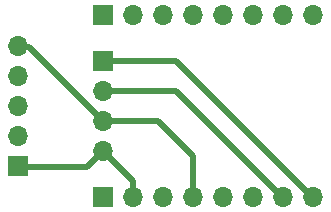
<source format=gtl>
%TF.GenerationSoftware,KiCad,Pcbnew,(5.1.7-0-10_14)*%
%TF.CreationDate,2022-03-25T14:58:00-04:00*%
%TF.ProjectId,TOTP Generator,544f5450-2047-4656-9e65-7261746f722e,rev?*%
%TF.SameCoordinates,Original*%
%TF.FileFunction,Copper,L1,Top*%
%TF.FilePolarity,Positive*%
%FSLAX46Y46*%
G04 Gerber Fmt 4.6, Leading zero omitted, Abs format (unit mm)*
G04 Created by KiCad (PCBNEW (5.1.7-0-10_14)) date 2022-03-25 14:58:00*
%MOMM*%
%LPD*%
G01*
G04 APERTURE LIST*
%TA.AperFunction,ComponentPad*%
%ADD10O,1.700000X1.700000*%
%TD*%
%TA.AperFunction,ComponentPad*%
%ADD11R,1.700000X1.700000*%
%TD*%
%TA.AperFunction,Conductor*%
%ADD12C,0.500000*%
%TD*%
G04 APERTURE END LIST*
D10*
%TO.P,RTC,5*%
%TO.N,N/C*%
X92800000Y-66440000D03*
%TO.P,RTC,4*%
X92800000Y-68980000D03*
%TO.P,RTC,3*%
X92800000Y-71520000D03*
%TO.P,RTC,2*%
X92800000Y-74060000D03*
D11*
%TO.P,RTC,1*%
X92800000Y-76600000D03*
%TD*%
D10*
%TO.P,VIN,8*%
%TO.N,N/C*%
X117780000Y-79200000D03*
%TO.P,VIN,7*%
X115240000Y-79200000D03*
%TO.P,VIN,6*%
X112700000Y-79200000D03*
%TO.P,VIN,5*%
X110160000Y-79200000D03*
%TO.P,VIN,4*%
X107620000Y-79200000D03*
%TO.P,VIN,3*%
X105080000Y-79200000D03*
%TO.P,VIN,2*%
X102540000Y-79200000D03*
D11*
%TO.P,VIN,1*%
X100000000Y-79200000D03*
%TD*%
D10*
%TO.P,TX,8*%
%TO.N,N/C*%
X117780000Y-63800000D03*
%TO.P,TX,7*%
X115240000Y-63800000D03*
%TO.P,TX,6*%
X112700000Y-63800000D03*
%TO.P,TX,5*%
X110160000Y-63800000D03*
%TO.P,TX,4*%
X107620000Y-63800000D03*
%TO.P,TX,3*%
X105080000Y-63800000D03*
%TO.P,TX,2*%
X102540000Y-63800000D03*
D11*
%TO.P,TX,1*%
X100000000Y-63800000D03*
%TD*%
%TO.P,OLED,1*%
%TO.N,N/C*%
X100000000Y-67700000D03*
D10*
%TO.P,OLED,2*%
X100000000Y-70240000D03*
%TO.P,OLED,3*%
X100000000Y-72780000D03*
%TO.P,OLED,4*%
X100000000Y-75320000D03*
%TD*%
D12*
%TO.N,*%
X98620000Y-76700000D02*
X100000000Y-75320000D01*
X92800000Y-76700000D02*
X98620000Y-76700000D01*
X106180000Y-67700000D02*
X117880000Y-79400000D01*
X100000000Y-67700000D02*
X106180000Y-67700000D01*
X106180000Y-70240000D02*
X115340000Y-79400000D01*
X100000000Y-70240000D02*
X106180000Y-70240000D01*
X100000000Y-72780000D02*
X104680000Y-72780000D01*
X107620000Y-75720000D02*
X107620000Y-79400000D01*
X104680000Y-72780000D02*
X107620000Y-75720000D01*
X102540000Y-77860000D02*
X100000000Y-75320000D01*
X102540000Y-79400000D02*
X102540000Y-77860000D01*
X93760000Y-66540000D02*
X92800000Y-66540000D01*
X100000000Y-72780000D02*
X93760000Y-66540000D01*
%TD*%
M02*

</source>
